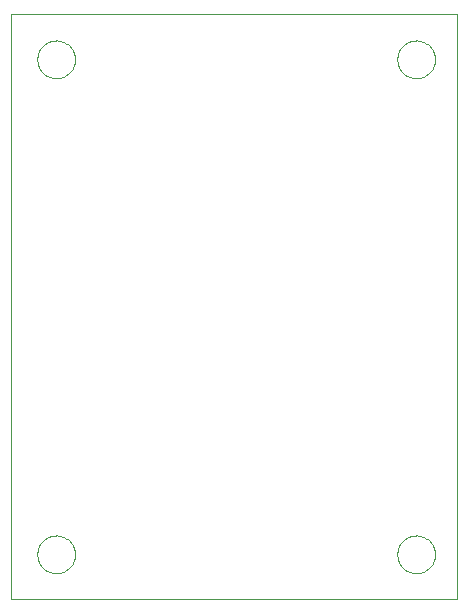
<source format=gtp>
G75*
%MOIN*%
%OFA0B0*%
%FSLAX24Y24*%
%IPPOS*%
%LPD*%
%AMOC8*
5,1,8,0,0,1.08239X$1,22.5*
%
%ADD10C,0.0000*%
D10*
X000180Y000180D02*
X000180Y019676D01*
X015050Y019676D01*
X015050Y000180D01*
X000180Y000180D01*
X001050Y001680D02*
X001052Y001730D01*
X001058Y001780D01*
X001068Y001829D01*
X001082Y001877D01*
X001099Y001924D01*
X001120Y001969D01*
X001145Y002013D01*
X001173Y002054D01*
X001205Y002093D01*
X001239Y002130D01*
X001276Y002164D01*
X001316Y002194D01*
X001358Y002221D01*
X001402Y002245D01*
X001448Y002266D01*
X001495Y002282D01*
X001543Y002295D01*
X001593Y002304D01*
X001642Y002309D01*
X001693Y002310D01*
X001743Y002307D01*
X001792Y002300D01*
X001841Y002289D01*
X001889Y002274D01*
X001935Y002256D01*
X001980Y002234D01*
X002023Y002208D01*
X002064Y002179D01*
X002103Y002147D01*
X002139Y002112D01*
X002171Y002074D01*
X002201Y002034D01*
X002228Y001991D01*
X002251Y001947D01*
X002270Y001901D01*
X002286Y001853D01*
X002298Y001804D01*
X002306Y001755D01*
X002310Y001705D01*
X002310Y001655D01*
X002306Y001605D01*
X002298Y001556D01*
X002286Y001507D01*
X002270Y001459D01*
X002251Y001413D01*
X002228Y001369D01*
X002201Y001326D01*
X002171Y001286D01*
X002139Y001248D01*
X002103Y001213D01*
X002064Y001181D01*
X002023Y001152D01*
X001980Y001126D01*
X001935Y001104D01*
X001889Y001086D01*
X001841Y001071D01*
X001792Y001060D01*
X001743Y001053D01*
X001693Y001050D01*
X001642Y001051D01*
X001593Y001056D01*
X001543Y001065D01*
X001495Y001078D01*
X001448Y001094D01*
X001402Y001115D01*
X001358Y001139D01*
X001316Y001166D01*
X001276Y001196D01*
X001239Y001230D01*
X001205Y001267D01*
X001173Y001306D01*
X001145Y001347D01*
X001120Y001391D01*
X001099Y001436D01*
X001082Y001483D01*
X001068Y001531D01*
X001058Y001580D01*
X001052Y001630D01*
X001050Y001680D01*
X013050Y001680D02*
X013052Y001730D01*
X013058Y001780D01*
X013068Y001829D01*
X013082Y001877D01*
X013099Y001924D01*
X013120Y001969D01*
X013145Y002013D01*
X013173Y002054D01*
X013205Y002093D01*
X013239Y002130D01*
X013276Y002164D01*
X013316Y002194D01*
X013358Y002221D01*
X013402Y002245D01*
X013448Y002266D01*
X013495Y002282D01*
X013543Y002295D01*
X013593Y002304D01*
X013642Y002309D01*
X013693Y002310D01*
X013743Y002307D01*
X013792Y002300D01*
X013841Y002289D01*
X013889Y002274D01*
X013935Y002256D01*
X013980Y002234D01*
X014023Y002208D01*
X014064Y002179D01*
X014103Y002147D01*
X014139Y002112D01*
X014171Y002074D01*
X014201Y002034D01*
X014228Y001991D01*
X014251Y001947D01*
X014270Y001901D01*
X014286Y001853D01*
X014298Y001804D01*
X014306Y001755D01*
X014310Y001705D01*
X014310Y001655D01*
X014306Y001605D01*
X014298Y001556D01*
X014286Y001507D01*
X014270Y001459D01*
X014251Y001413D01*
X014228Y001369D01*
X014201Y001326D01*
X014171Y001286D01*
X014139Y001248D01*
X014103Y001213D01*
X014064Y001181D01*
X014023Y001152D01*
X013980Y001126D01*
X013935Y001104D01*
X013889Y001086D01*
X013841Y001071D01*
X013792Y001060D01*
X013743Y001053D01*
X013693Y001050D01*
X013642Y001051D01*
X013593Y001056D01*
X013543Y001065D01*
X013495Y001078D01*
X013448Y001094D01*
X013402Y001115D01*
X013358Y001139D01*
X013316Y001166D01*
X013276Y001196D01*
X013239Y001230D01*
X013205Y001267D01*
X013173Y001306D01*
X013145Y001347D01*
X013120Y001391D01*
X013099Y001436D01*
X013082Y001483D01*
X013068Y001531D01*
X013058Y001580D01*
X013052Y001630D01*
X013050Y001680D01*
X013050Y018180D02*
X013052Y018230D01*
X013058Y018280D01*
X013068Y018329D01*
X013082Y018377D01*
X013099Y018424D01*
X013120Y018469D01*
X013145Y018513D01*
X013173Y018554D01*
X013205Y018593D01*
X013239Y018630D01*
X013276Y018664D01*
X013316Y018694D01*
X013358Y018721D01*
X013402Y018745D01*
X013448Y018766D01*
X013495Y018782D01*
X013543Y018795D01*
X013593Y018804D01*
X013642Y018809D01*
X013693Y018810D01*
X013743Y018807D01*
X013792Y018800D01*
X013841Y018789D01*
X013889Y018774D01*
X013935Y018756D01*
X013980Y018734D01*
X014023Y018708D01*
X014064Y018679D01*
X014103Y018647D01*
X014139Y018612D01*
X014171Y018574D01*
X014201Y018534D01*
X014228Y018491D01*
X014251Y018447D01*
X014270Y018401D01*
X014286Y018353D01*
X014298Y018304D01*
X014306Y018255D01*
X014310Y018205D01*
X014310Y018155D01*
X014306Y018105D01*
X014298Y018056D01*
X014286Y018007D01*
X014270Y017959D01*
X014251Y017913D01*
X014228Y017869D01*
X014201Y017826D01*
X014171Y017786D01*
X014139Y017748D01*
X014103Y017713D01*
X014064Y017681D01*
X014023Y017652D01*
X013980Y017626D01*
X013935Y017604D01*
X013889Y017586D01*
X013841Y017571D01*
X013792Y017560D01*
X013743Y017553D01*
X013693Y017550D01*
X013642Y017551D01*
X013593Y017556D01*
X013543Y017565D01*
X013495Y017578D01*
X013448Y017594D01*
X013402Y017615D01*
X013358Y017639D01*
X013316Y017666D01*
X013276Y017696D01*
X013239Y017730D01*
X013205Y017767D01*
X013173Y017806D01*
X013145Y017847D01*
X013120Y017891D01*
X013099Y017936D01*
X013082Y017983D01*
X013068Y018031D01*
X013058Y018080D01*
X013052Y018130D01*
X013050Y018180D01*
X001050Y018180D02*
X001052Y018230D01*
X001058Y018280D01*
X001068Y018329D01*
X001082Y018377D01*
X001099Y018424D01*
X001120Y018469D01*
X001145Y018513D01*
X001173Y018554D01*
X001205Y018593D01*
X001239Y018630D01*
X001276Y018664D01*
X001316Y018694D01*
X001358Y018721D01*
X001402Y018745D01*
X001448Y018766D01*
X001495Y018782D01*
X001543Y018795D01*
X001593Y018804D01*
X001642Y018809D01*
X001693Y018810D01*
X001743Y018807D01*
X001792Y018800D01*
X001841Y018789D01*
X001889Y018774D01*
X001935Y018756D01*
X001980Y018734D01*
X002023Y018708D01*
X002064Y018679D01*
X002103Y018647D01*
X002139Y018612D01*
X002171Y018574D01*
X002201Y018534D01*
X002228Y018491D01*
X002251Y018447D01*
X002270Y018401D01*
X002286Y018353D01*
X002298Y018304D01*
X002306Y018255D01*
X002310Y018205D01*
X002310Y018155D01*
X002306Y018105D01*
X002298Y018056D01*
X002286Y018007D01*
X002270Y017959D01*
X002251Y017913D01*
X002228Y017869D01*
X002201Y017826D01*
X002171Y017786D01*
X002139Y017748D01*
X002103Y017713D01*
X002064Y017681D01*
X002023Y017652D01*
X001980Y017626D01*
X001935Y017604D01*
X001889Y017586D01*
X001841Y017571D01*
X001792Y017560D01*
X001743Y017553D01*
X001693Y017550D01*
X001642Y017551D01*
X001593Y017556D01*
X001543Y017565D01*
X001495Y017578D01*
X001448Y017594D01*
X001402Y017615D01*
X001358Y017639D01*
X001316Y017666D01*
X001276Y017696D01*
X001239Y017730D01*
X001205Y017767D01*
X001173Y017806D01*
X001145Y017847D01*
X001120Y017891D01*
X001099Y017936D01*
X001082Y017983D01*
X001068Y018031D01*
X001058Y018080D01*
X001052Y018130D01*
X001050Y018180D01*
M02*

</source>
